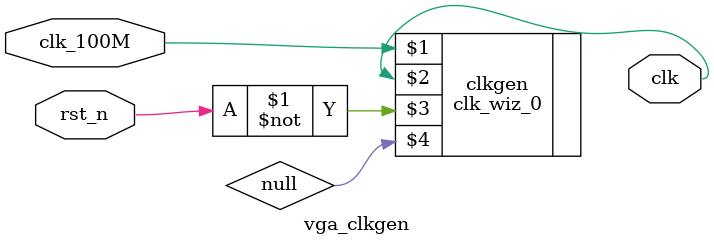
<source format=v>
`timescale 1ns / 1ps


module vga_clkgen(
    input clk_100M,
    input rst_n,
    output clk
    );
    clk_wiz_0 clkgen(
        clk_100M,
        clk,
        ~rst_n,
        null
    );
endmodule

</source>
